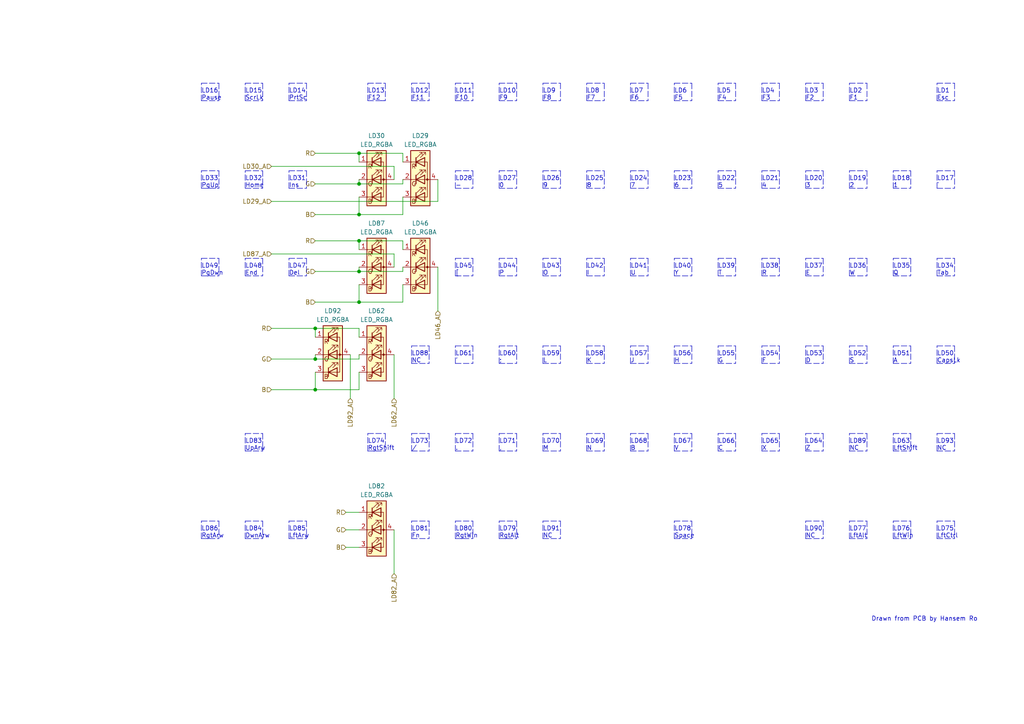
<source format=kicad_sch>
(kicad_sch (version 20211123) (generator eeschema)
  (paper "A4")
  (lib_symbols
    (symbol "Device:LED_RGBA" (pin_names (offset 0) hide)
      (property "Reference" "D" (at 0 9.398 0))
      (property "Value" "LED_RGBA" (at 0 -8.89 0))
      (symbol "LED_RGBA_0_0"
        (text "B" (at -1.905 -6.35 0) (effects (font (size 1.27 1.27))))
        (text "G" (at -1.905 -1.27 0) (effects (font (size 1.27 1.27))))
        (text "R" (at -1.905 3.81 0) (effects (font (size 1.27 1.27))))
      )
      (symbol "LED_RGBA_0_1"
        (polyline (pts (xy -1.27 -5.08) (xy -2.54 -5.08)))
        (polyline (pts (xy -1.27 -5.08) (xy 1.27 -5.08)))
        (polyline (pts (xy -1.27 -3.81) (xy -1.27 -6.35)) (stroke (width 0.254)))
        (polyline (pts (xy -1.27 0) (xy -2.54 0)))
        (polyline (pts (xy -1.27 1.27) (xy -1.27 -1.27)) (stroke (width 0.254)))
        (polyline (pts (xy -1.27 5.08) (xy -2.54 5.08)))
        (polyline (pts (xy -1.27 5.08) (xy 1.27 5.08)))
        (polyline (pts (xy -1.27 6.35) (xy -1.27 3.81)) (stroke (width 0.254)))
        (polyline (pts (xy 1.27 0) (xy -1.27 0)))
        (polyline (pts (xy 1.27 0) (xy 2.54 0)))
        (polyline (pts (xy -1.27 1.27) (xy -1.27 -1.27) (xy -1.27 -1.27)))
        (polyline (pts (xy -1.27 6.35) (xy -1.27 3.81) (xy -1.27 3.81)))
        (polyline (pts (xy 1.27 -5.08) (xy 2.032 -5.08) (xy 2.032 5.08) (xy 1.27 5.08)))
        (polyline (pts (xy 1.27 -3.81) (xy 1.27 -6.35) (xy -1.27 -5.08) (xy 1.27 -3.81)) (stroke (width 0.254)))
        (polyline (pts (xy 1.27 1.27) (xy 1.27 -1.27) (xy -1.27 0) (xy 1.27 1.27)) (stroke (width 0.254)))
        (polyline (pts (xy 1.27 6.35) (xy 1.27 3.81) (xy -1.27 5.08) (xy 1.27 6.35)) (stroke (width 0.254)))
        (polyline (pts (xy -1.016 -3.81) (xy 0.508 -2.286) (xy -0.254 -2.286) (xy 0.508 -2.286) (xy 0.508 -3.048)))
        (polyline (pts (xy -1.016 1.27) (xy 0.508 2.794) (xy -0.254 2.794) (xy 0.508 2.794) (xy 0.508 2.032)))
        (polyline (pts (xy -1.016 6.35) (xy 0.508 7.874) (xy -0.254 7.874) (xy 0.508 7.874) (xy 0.508 7.112)))
        (polyline (pts (xy 0 -3.81) (xy 1.524 -2.286) (xy 0.762 -2.286) (xy 1.524 -2.286) (xy 1.524 -3.048)))
        (polyline (pts (xy 0 1.27) (xy 1.524 2.794) (xy 0.762 2.794) (xy 1.524 2.794) (xy 1.524 2.032)))
        (polyline (pts (xy 0 6.35) (xy 1.524 7.874) (xy 0.762 7.874) (xy 1.524 7.874) (xy 1.524 7.112)))
        (rectangle (start 1.27 -1.27) (end 1.27 1.27))
        (rectangle (start 1.27 1.27) (end 1.27 1.27))
        (rectangle (start 1.27 3.81) (end 1.27 6.35))
        (rectangle (start 1.27 6.35) (end 1.27 6.35))
        (circle (center 2.032 0) (radius 0.254) (fill (type outline)))
        (rectangle (start 2.794 8.382) (end -2.794 -7.62) (stroke (width 0.254)) (fill (type background)))
      )
      (symbol "LED_RGBA_1_1"
        (pin passive line (at -5.08 5.08 0) (length 2.54) (name "RK") (number "1"))
        (pin passive line (at -5.08 0 0) (length 2.54) (name "GK") (number "2"))
        (pin passive line (at -5.08 -5.08 0) (length 2.54) (name "BK") (number "3"))
        (pin passive line (at 5.08 0 180) (length 2.54) (name "A") (number "4"))
      )
    )
  )
  (junction (at 91.44 95.25))
  (junction (at 104.14 62.23))
  (junction (at 104.14 87.63))
  (junction (at 104.14 53.34))
  (junction (at 91.44 113.03))
  (junction (at 91.44 104.14))
  (junction (at 104.14 44.45))
  (junction (at 104.14 78.74))
  (junction (at 104.14 69.85))
  (polyline (pts (xy 187.96 100.33) (xy 187.96 105.41)))
  (polyline (pts (xy 200.66 74.93) (xy 200.66 80.01)))
  (wire (pts (xy 91.44 62.23) (xy 104.14 62.23)))
  (polyline (pts (xy 157.48 130.81) (xy 157.48 125.73)))
  (polyline (pts (xy 83.82 151.13) (xy 88.9 151.13)))
  (polyline (pts (xy 83.82 80.01) (xy 88.9 80.01)))
  (polyline (pts (xy 58.42 54.61) (xy 58.42 49.53)))
  (polyline (pts (xy 195.58 29.21) (xy 195.58 24.13)))
  (polyline (pts (xy 71.12 80.01) (xy 76.2 80.01)))
  (polyline (pts (xy 195.58 49.53) (xy 200.66 49.53)))
  (polyline (pts (xy 144.78 151.13) (xy 149.86 151.13)))
  (polyline (pts (xy 132.08 80.01) (xy 137.16 80.01)))
  (polyline (pts (xy 195.58 80.01) (xy 200.66 80.01)))
  (polyline (pts (xy 132.08 105.41) (xy 132.08 100.33)))
  (polyline (pts (xy 132.08 54.61) (xy 137.16 54.61)))
  (polyline (pts (xy 220.98 24.13) (xy 226.06 24.13)))
  (polyline (pts (xy 233.68 125.73) (xy 238.76 125.73)))
  (polyline (pts (xy 137.16 125.73) (xy 137.16 130.81)))
  (polyline (pts (xy 182.88 49.53) (xy 187.96 49.53)))
  (wire (pts (xy 101.6 102.87) (xy 101.6 115.57)))
  (polyline (pts (xy 88.9 24.13) (xy 88.9 29.21)))
  (polyline (pts (xy 220.98 49.53) (xy 226.06 49.53)))
  (polyline (pts (xy 182.88 100.33) (xy 187.96 100.33)))
  (polyline (pts (xy 83.82 80.01) (xy 83.82 74.93)))
  (polyline (pts (xy 71.12 156.21) (xy 71.12 151.13)))
  (polyline (pts (xy 276.86 24.13) (xy 276.86 29.21)))
  (polyline (pts (xy 149.86 151.13) (xy 149.86 156.21)))
  (polyline (pts (xy 182.88 130.81) (xy 187.96 130.81)))
  (polyline (pts (xy 246.38 156.21) (xy 251.46 156.21)))
  (polyline (pts (xy 182.88 29.21) (xy 187.96 29.21)))
  (polyline (pts (xy 144.78 156.21) (xy 144.78 151.13)))
  (polyline (pts (xy 259.08 74.93) (xy 264.16 74.93)))
  (wire (pts (xy 114.3 52.07) (xy 114.3 48.26)))
  (polyline (pts (xy 200.66 100.33) (xy 200.66 105.41)))
  (polyline (pts (xy 71.12 74.93) (xy 76.2 74.93)))
  (polyline (pts (xy 251.46 100.33) (xy 251.46 105.41)))
  (polyline (pts (xy 259.08 125.73) (xy 264.16 125.73)))
  (polyline (pts (xy 182.88 130.81) (xy 182.88 125.73)))
  (polyline (pts (xy 119.38 29.21) (xy 124.46 29.21)))
  (polyline (pts (xy 88.9 74.93) (xy 88.9 80.01)))
  (polyline (pts (xy 170.18 105.41) (xy 175.26 105.41)))
  (polyline (pts (xy 182.88 29.21) (xy 182.88 24.13)))
  (polyline (pts (xy 200.66 151.13) (xy 200.66 156.21)))
  (polyline (pts (xy 220.98 29.21) (xy 226.06 29.21)))
  (polyline (pts (xy 58.42 29.21) (xy 58.42 24.13)))
  (wire (pts (xy 104.14 82.55) (xy 104.14 87.63)))
  (polyline (pts (xy 195.58 125.73) (xy 200.66 125.73)))
  (polyline (pts (xy 195.58 151.13) (xy 200.66 151.13)))
  (polyline (pts (xy 233.68 80.01) (xy 233.68 74.93)))
  (polyline (pts (xy 220.98 130.81) (xy 226.06 130.81)))
  (wire (pts (xy 104.14 97.79) (xy 104.14 95.25)))
  (polyline (pts (xy 187.96 24.13) (xy 187.96 29.21)))
  (polyline (pts (xy 251.46 49.53) (xy 251.46 54.61)))
  (polyline (pts (xy 208.28 105.41) (xy 208.28 100.33)))
  (polyline (pts (xy 157.48 24.13) (xy 162.56 24.13)))
  (polyline (pts (xy 220.98 54.61) (xy 226.06 54.61)))
  (polyline (pts (xy 220.98 105.41) (xy 220.98 100.33)))
  (polyline (pts (xy 271.78 100.33) (xy 276.86 100.33)))
  (polyline (pts (xy 63.5 151.13) (xy 63.5 156.21)))
  (polyline (pts (xy 238.76 49.53) (xy 238.76 54.61)))
  (polyline (pts (xy 58.42 54.61) (xy 63.5 54.61)))
  (polyline (pts (xy 195.58 156.21) (xy 200.66 156.21)))
  (polyline (pts (xy 246.38 130.81) (xy 251.46 130.81)))
  (polyline (pts (xy 246.38 80.01) (xy 246.38 74.93)))
  (polyline (pts (xy 246.38 130.81) (xy 246.38 125.73)))
  (polyline (pts (xy 259.08 54.61) (xy 264.16 54.61)))
  (polyline (pts (xy 271.78 29.21) (xy 271.78 24.13)))
  (wire (pts (xy 91.44 104.14) (xy 104.14 104.14)))
  (wire (pts (xy 78.74 95.25) (xy 91.44 95.25)))
  (polyline (pts (xy 271.78 125.73) (xy 276.86 125.73)))
  (polyline (pts (xy 182.88 105.41) (xy 187.96 105.41)))
  (polyline (pts (xy 271.78 74.93) (xy 276.86 74.93)))
  (polyline (pts (xy 170.18 130.81) (xy 170.18 125.73)))
  (polyline (pts (xy 233.68 105.41) (xy 238.76 105.41)))
  (polyline (pts (xy 149.86 125.73) (xy 149.86 130.81)))
  (polyline (pts (xy 132.08 130.81) (xy 132.08 125.73)))
  (polyline (pts (xy 195.58 105.41) (xy 200.66 105.41)))
  (polyline (pts (xy 233.68 105.41) (xy 233.68 100.33)))
  (polyline (pts (xy 58.42 74.93) (xy 63.5 74.93)))
  (wire (pts (xy 104.14 52.07) (xy 104.14 53.34)))
  (wire (pts (xy 114.3 153.67) (xy 114.3 166.37)))
  (polyline (pts (xy 144.78 125.73) (xy 149.86 125.73)))
  (polyline (pts (xy 271.78 24.13) (xy 276.86 24.13)))
  (polyline (pts (xy 182.88 105.41) (xy 182.88 100.33)))
  (polyline (pts (xy 271.78 49.53) (xy 276.86 49.53)))
  (polyline (pts (xy 226.06 125.73) (xy 226.06 130.81)))
  (polyline (pts (xy 264.16 125.73) (xy 264.16 130.81)))
  (polyline (pts (xy 195.58 105.41) (xy 195.58 100.33)))
  (polyline (pts (xy 76.2 151.13) (xy 76.2 156.21)))
  (polyline (pts (xy 111.76 125.73) (xy 111.76 130.81)))
  (polyline (pts (xy 276.86 49.53) (xy 276.86 54.61)))
  (polyline (pts (xy 106.68 130.81) (xy 106.68 125.73)))
  (polyline (pts (xy 271.78 80.01) (xy 271.78 74.93)))
  (polyline (pts (xy 83.82 54.61) (xy 88.9 54.61)))
  (polyline (pts (xy 144.78 156.21) (xy 149.86 156.21)))
  (wire (pts (xy 104.14 69.85) (xy 116.84 69.85)))
  (polyline (pts (xy 208.28 125.73) (xy 213.36 125.73)))
  (polyline (pts (xy 63.5 24.13) (xy 63.5 29.21)))
  (polyline (pts (xy 208.28 29.21) (xy 208.28 24.13)))
  (polyline (pts (xy 83.82 29.21) (xy 88.9 29.21)))
  (polyline (pts (xy 71.12 80.01) (xy 71.12 74.93)))
  (polyline (pts (xy 259.08 156.21) (xy 259.08 151.13)))
  (polyline (pts (xy 71.12 130.81) (xy 76.2 130.81)))
  (polyline (pts (xy 246.38 54.61) (xy 246.38 49.53)))
  (polyline (pts (xy 220.98 130.81) (xy 220.98 125.73)))
  (polyline (pts (xy 157.48 29.21) (xy 162.56 29.21)))
  (polyline (pts (xy 132.08 156.21) (xy 132.08 151.13)))
  (polyline (pts (xy 170.18 54.61) (xy 170.18 49.53)))
  (polyline (pts (xy 144.78 105.41) (xy 149.86 105.41)))
  (polyline (pts (xy 195.58 54.61) (xy 195.58 49.53)))
  (polyline (pts (xy 195.58 130.81) (xy 200.66 130.81)))
  (polyline (pts (xy 63.5 74.93) (xy 63.5 80.01)))
  (polyline (pts (xy 157.48 125.73) (xy 162.56 125.73)))
  (polyline (pts (xy 175.26 125.73) (xy 175.26 130.81)))
  (polyline (pts (xy 149.86 49.53) (xy 149.86 54.61)))
  (polyline (pts (xy 124.46 125.73) (xy 124.46 130.81)))
  (polyline (pts (xy 137.16 74.93) (xy 137.16 80.01)))
  (wire (pts (xy 91.44 95.25) (xy 104.14 95.25)))
  (polyline (pts (xy 58.42 24.13) (xy 63.5 24.13)))
  (wire (pts (xy 104.14 44.45) (xy 104.14 46.99)))
  (polyline (pts (xy 71.12 130.81) (xy 71.12 125.73)))
  (polyline (pts (xy 170.18 80.01) (xy 170.18 74.93)))
  (polyline (pts (xy 264.16 100.33) (xy 264.16 105.41)))
  (polyline (pts (xy 271.78 80.01) (xy 276.86 80.01)))
  (polyline (pts (xy 246.38 105.41) (xy 251.46 105.41)))
  (polyline (pts (xy 208.28 54.61) (xy 208.28 49.53)))
  (polyline (pts (xy 71.12 125.73) (xy 76.2 125.73)))
  (polyline (pts (xy 175.26 74.93) (xy 175.26 80.01)))
  (polyline (pts (xy 132.08 156.21) (xy 137.16 156.21)))
  (polyline (pts (xy 246.38 151.13) (xy 251.46 151.13)))
  (polyline (pts (xy 246.38 49.53) (xy 251.46 49.53)))
  (polyline (pts (xy 208.28 80.01) (xy 213.36 80.01)))
  (polyline (pts (xy 182.88 80.01) (xy 187.96 80.01)))
  (polyline (pts (xy 144.78 49.53) (xy 149.86 49.53)))
  (polyline (pts (xy 233.68 74.93) (xy 238.76 74.93)))
  (polyline (pts (xy 251.46 24.13) (xy 251.46 29.21)))
  (polyline (pts (xy 220.98 80.01) (xy 226.06 80.01)))
  (polyline (pts (xy 119.38 130.81) (xy 124.46 130.81)))
  (polyline (pts (xy 213.36 24.13) (xy 213.36 29.21)))
  (polyline (pts (xy 157.48 130.81) (xy 162.56 130.81)))
  (polyline (pts (xy 119.38 29.21) (xy 119.38 24.13)))
  (polyline (pts (xy 182.88 54.61) (xy 182.88 49.53)))
  (polyline (pts (xy 276.86 151.13) (xy 276.86 156.21)))
  (polyline (pts (xy 157.48 49.53) (xy 162.56 49.53)))
  (polyline (pts (xy 124.46 24.13) (xy 124.46 29.21)))
  (polyline (pts (xy 271.78 54.61) (xy 271.78 49.53)))
  (polyline (pts (xy 271.78 29.21) (xy 276.86 29.21)))
  (polyline (pts (xy 144.78 105.41) (xy 144.78 100.33)))
  (polyline (pts (xy 149.86 100.33) (xy 149.86 105.41)))
  (polyline (pts (xy 132.08 125.73) (xy 137.16 125.73)))
  (polyline (pts (xy 251.46 151.13) (xy 251.46 156.21)))
  (wire (pts (xy 91.44 113.03) (xy 104.14 113.03)))
  (polyline (pts (xy 137.16 24.13) (xy 137.16 29.21)))
  (polyline (pts (xy 132.08 151.13) (xy 137.16 151.13)))
  (polyline (pts (xy 200.66 125.73) (xy 200.66 130.81)))
  (polyline (pts (xy 144.78 54.61) (xy 144.78 49.53)))
  (polyline (pts (xy 106.68 29.21) (xy 106.68 24.13)))
  (polyline (pts (xy 170.18 29.21) (xy 175.26 29.21)))
  (polyline (pts (xy 71.12 151.13) (xy 76.2 151.13)))
  (polyline (pts (xy 144.78 80.01) (xy 149.86 80.01)))
  (polyline (pts (xy 71.12 29.21) (xy 71.12 24.13)))
  (polyline (pts (xy 246.38 105.41) (xy 246.38 100.33)))
  (polyline (pts (xy 144.78 130.81) (xy 149.86 130.81)))
  (polyline (pts (xy 111.76 24.13) (xy 111.76 29.21)))
  (polyline (pts (xy 208.28 100.33) (xy 213.36 100.33)))
  (polyline (pts (xy 182.88 24.13) (xy 187.96 24.13)))
  (polyline (pts (xy 170.18 29.21) (xy 170.18 24.13)))
  (polyline (pts (xy 233.68 156.21) (xy 238.76 156.21)))
  (polyline (pts (xy 187.96 125.73) (xy 187.96 130.81)))
  (polyline (pts (xy 208.28 130.81) (xy 208.28 125.73)))
  (wire (pts (xy 104.14 104.14) (xy 104.14 102.87)))
  (polyline (pts (xy 233.68 100.33) (xy 238.76 100.33)))
  (polyline (pts (xy 233.68 54.61) (xy 238.76 54.61)))
  (polyline (pts (xy 106.68 130.81) (xy 111.76 130.81)))
  (polyline (pts (xy 83.82 29.21) (xy 83.82 24.13)))
  (polyline (pts (xy 259.08 80.01) (xy 259.08 74.93)))
  (wire (pts (xy 116.84 72.39) (xy 116.84 69.85)))
  (polyline (pts (xy 58.42 49.53) (xy 63.5 49.53)))
  (polyline (pts (xy 213.36 125.73) (xy 213.36 130.81)))
  (polyline (pts (xy 58.42 156.21) (xy 63.5 156.21)))
  (polyline (pts (xy 195.58 29.21) (xy 200.66 29.21)))
  (polyline (pts (xy 271.78 105.41) (xy 271.78 100.33)))
  (polyline (pts (xy 83.82 24.13) (xy 88.9 24.13)))
  (polyline (pts (xy 144.78 29.21) (xy 144.78 24.13)))
  (polyline (pts (xy 170.18 74.93) (xy 175.26 74.93)))
  (polyline (pts (xy 246.38 100.33) (xy 251.46 100.33)))
  (polyline (pts (xy 132.08 49.53) (xy 137.16 49.53)))
  (polyline (pts (xy 246.38 80.01) (xy 251.46 80.01)))
  (polyline (pts (xy 119.38 156.21) (xy 119.38 151.13)))
  (polyline (pts (xy 246.38 29.21) (xy 251.46 29.21)))
  (polyline (pts (xy 132.08 105.41) (xy 137.16 105.41)))
  (polyline (pts (xy 195.58 80.01) (xy 195.58 74.93)))
  (polyline (pts (xy 170.18 100.33) (xy 175.26 100.33)))
  (polyline (pts (xy 259.08 156.21) (xy 264.16 156.21)))
  (polyline (pts (xy 137.16 100.33) (xy 137.16 105.41)))
  (polyline (pts (xy 157.48 74.93) (xy 162.56 74.93)))
  (polyline (pts (xy 226.06 49.53) (xy 226.06 54.61)))
  (polyline (pts (xy 187.96 74.93) (xy 187.96 80.01)))
  (polyline (pts (xy 170.18 105.41) (xy 170.18 100.33)))
  (polyline (pts (xy 271.78 156.21) (xy 276.86 156.21)))
  (polyline (pts (xy 246.38 54.61) (xy 251.46 54.61)))
  (polyline (pts (xy 170.18 54.61) (xy 175.26 54.61)))
  (polyline (pts (xy 264.16 151.13) (xy 264.16 156.21)))
  (polyline (pts (xy 144.78 74.93) (xy 149.86 74.93)))
  (polyline (pts (xy 208.28 74.93) (xy 213.36 74.93)))
  (polyline (pts (xy 132.08 74.93) (xy 137.16 74.93)))
  (polyline (pts (xy 238.76 24.13) (xy 238.76 29.21)))
  (wire (pts (xy 104.14 87.63) (xy 116.84 87.63)))
  (polyline (pts (xy 233.68 24.13) (xy 238.76 24.13)))
  (wire (pts (xy 116.84 46.99) (xy 116.84 44.45)))
  (polyline (pts (xy 162.56 151.13) (xy 162.56 156.21)))
  (polyline (pts (xy 251.46 74.93) (xy 251.46 80.01)))
  (polyline (pts (xy 83.82 156.21) (xy 88.9 156.21)))
  (polyline (pts (xy 233.68 29.21) (xy 238.76 29.21)))
  (polyline (pts (xy 271.78 130.81) (xy 276.86 130.81)))
  (polyline (pts (xy 208.28 24.13) (xy 213.36 24.13)))
  (polyline (pts (xy 71.12 156.21) (xy 76.2 156.21)))
  (polyline (pts (xy 182.88 74.93) (xy 187.96 74.93)))
  (polyline (pts (xy 220.98 54.61) (xy 220.98 49.53)))
  (polyline (pts (xy 137.16 151.13) (xy 137.16 156.21)))
  (polyline (pts (xy 157.48 105.41) (xy 162.56 105.41)))
  (polyline (pts (xy 213.36 74.93) (xy 213.36 80.01)))
  (wire (pts (xy 104.14 78.74) (xy 116.84 78.74)))
  (polyline (pts (xy 200.66 49.53) (xy 200.66 54.61)))
  (polyline (pts (xy 213.36 49.53) (xy 213.36 54.61)))
  (polyline (pts (xy 259.08 130.81) (xy 264.16 130.81)))
  (polyline (pts (xy 259.08 54.61) (xy 259.08 49.53)))
  (polyline (pts (xy 276.86 125.73) (xy 276.86 130.81)))
  (polyline (pts (xy 233.68 156.21) (xy 233.68 151.13)))
  (polyline (pts (xy 195.58 54.61) (xy 200.66 54.61)))
  (polyline (pts (xy 132.08 24.13) (xy 137.16 24.13)))
  (wire (pts (xy 100.33 148.59) (xy 104.14 148.59)))
  (polyline (pts (xy 259.08 105.41) (xy 264.16 105.41)))
  (wire (pts (xy 91.44 102.87) (xy 91.44 104.14)))
  (polyline (pts (xy 233.68 54.61) (xy 233.68 49.53)))
  (polyline (pts (xy 208.28 29.21) (xy 213.36 29.21)))
  (polyline (pts (xy 157.48 54.61) (xy 157.48 49.53)))
  (polyline (pts (xy 58.42 29.21) (xy 63.5 29.21)))
  (polyline (pts (xy 132.08 100.33) (xy 137.16 100.33)))
  (wire (pts (xy 104.14 44.45) (xy 116.84 44.45)))
  (polyline (pts (xy 182.88 80.01) (xy 182.88 74.93)))
  (polyline (pts (xy 132.08 130.81) (xy 137.16 130.81)))
  (polyline (pts (xy 246.38 29.21) (xy 246.38 24.13)))
  (polyline (pts (xy 157.48 80.01) (xy 162.56 80.01)))
  (polyline (pts (xy 195.58 24.13) (xy 200.66 24.13)))
  (wire (pts (xy 78.74 58.42) (xy 127 58.42)))
  (wire (pts (xy 116.84 78.74) (xy 116.84 77.47)))
  (polyline (pts (xy 271.78 156.21) (xy 271.78 151.13)))
  (wire (pts (xy 100.33 153.67) (xy 104.14 153.67)))
  (polyline (pts (xy 162.56 125.73) (xy 162.56 130.81)))
  (polyline (pts (xy 220.98 74.93) (xy 226.06 74.93)))
  (polyline (pts (xy 58.42 80.01) (xy 58.42 74.93)))
  (polyline (pts (xy 132.08 80.01) (xy 132.08 74.93)))
  (polyline (pts (xy 83.82 156.21) (xy 83.82 151.13)))
  (wire (pts (xy 78.74 73.66) (xy 114.3 73.66)))
  (polyline (pts (xy 157.48 105.41) (xy 157.48 100.33)))
  (wire (pts (xy 116.84 87.63) (xy 116.84 82.55)))
  (polyline (pts (xy 271.78 151.13) (xy 276.86 151.13)))
  (polyline (pts (xy 238.76 74.93) (xy 238.76 80.01)))
  (wire (pts (xy 91.44 53.34) (xy 104.14 53.34)))
  (polyline (pts (xy 271.78 105.41) (xy 276.86 105.41)))
  (polyline (pts (xy 175.26 100.33) (xy 175.26 105.41)))
  (wire (pts (xy 104.14 53.34) (xy 116.84 53.34)))
  (polyline (pts (xy 251.46 125.73) (xy 251.46 130.81)))
  (polyline (pts (xy 162.56 74.93) (xy 162.56 80.01)))
  (polyline (pts (xy 259.08 151.13) (xy 264.16 151.13)))
  (wire (pts (xy 104.14 77.47) (xy 104.14 78.74)))
  (polyline (pts (xy 175.26 49.53) (xy 175.26 54.61)))
  (polyline (pts (xy 226.06 74.93) (xy 226.06 80.01)))
  (polyline (pts (xy 246.38 24.13) (xy 251.46 24.13)))
  (polyline (pts (xy 195.58 100.33) (xy 200.66 100.33)))
  (polyline (pts (xy 119.38 151.13) (xy 124.46 151.13)))
  (polyline (pts (xy 220.98 80.01) (xy 220.98 74.93)))
  (polyline (pts (xy 271.78 130.81) (xy 271.78 125.73)))
  (polyline (pts (xy 246.38 74.93) (xy 251.46 74.93)))
  (polyline (pts (xy 76.2 125.73) (xy 76.2 130.81)))
  (polyline (pts (xy 124.46 100.33) (xy 124.46 105.41)))
  (polyline (pts (xy 83.82 54.61) (xy 83.82 49.53)))
  (polyline (pts (xy 144.78 24.13) (xy 149.86 24.13)))
  (wire (pts (xy 104.14 113.03) (xy 104.14 107.95)))
  (polyline (pts (xy 144.78 100.33) (xy 149.86 100.33)))
  (polyline (pts (xy 83.82 49.53) (xy 88.9 49.53)))
  (polyline (pts (xy 144.78 130.81) (xy 144.78 125.73)))
  (polyline (pts (xy 58.42 156.21) (xy 58.42 151.13)))
  (polyline (pts (xy 208.28 54.61) (xy 213.36 54.61)))
  (polyline (pts (xy 220.98 100.33) (xy 226.06 100.33)))
  (polyline (pts (xy 195.58 74.93) (xy 200.66 74.93)))
  (polyline (pts (xy 170.18 49.53) (xy 175.26 49.53)))
  (polyline (pts (xy 208.28 130.81) (xy 213.36 130.81)))
  (wire (pts (xy 114.3 77.47) (xy 114.3 73.66)))
  (polyline (pts (xy 137.16 49.53) (xy 137.16 54.61)))
  (polyline (pts (xy 208.28 80.01) (xy 208.28 74.93)))
  (polyline (pts (xy 213.36 100.33) (xy 213.36 105.41)))
  (polyline (pts (xy 83.82 74.93) (xy 88.9 74.93)))
  (polyline (pts (xy 76.2 49.53) (xy 76.2 54.61)))
  (wire (pts (xy 91.44 95.25) (xy 91.44 97.79)))
  (wire (pts (xy 104.14 69.85) (xy 104.14 72.39)))
  (polyline (pts (xy 76.2 74.93) (xy 76.2 80.01)))
  (polyline (pts (xy 264.16 74.93) (xy 264.16 80.01)))
  (polyline (pts (xy 162.56 100.33) (xy 162.56 105.41)))
  (wire (pts (xy 116.84 53.34) (xy 116.84 52.07)))
  (polyline (pts (xy 259.08 49.53) (xy 264.16 49.53)))
  (polyline (pts (xy 124.46 151.13) (xy 124.46 156.21)))
  (polyline (pts (xy 58.42 80.01) (xy 63.5 80.01)))
  (polyline (pts (xy 58.42 151.13) (xy 63.5 151.13)))
  (wire (pts (xy 91.44 87.63) (xy 104.14 87.63)))
  (polyline (pts (xy 144.78 80.01) (xy 144.78 74.93)))
  (polyline (pts (xy 226.06 100.33) (xy 226.06 105.41)))
  (polyline (pts (xy 88.9 49.53) (xy 88.9 54.61)))
  (polyline (pts (xy 76.2 24.13) (xy 76.2 29.21)))
  (wire (pts (xy 91.44 78.74) (xy 104.14 78.74)))
  (polyline (pts (xy 170.18 24.13) (xy 175.26 24.13)))
  (polyline (pts (xy 233.68 130.81) (xy 233.68 125.73)))
  (polyline (pts (xy 71.12 54.61) (xy 76.2 54.61)))
  (wire (pts (xy 127 77.47) (xy 127 90.17)))
  (polyline (pts (xy 157.48 29.21) (xy 157.48 24.13)))
  (polyline (pts (xy 119.38 125.73) (xy 124.46 125.73)))
  (polyline (pts (xy 233.68 151.13) (xy 238.76 151.13)))
  (wire (pts (xy 91.44 69.85) (xy 104.14 69.85)))
  (polyline (pts (xy 220.98 105.41) (xy 226.06 105.41)))
  (wire (pts (xy 104.14 62.23) (xy 116.84 62.23)))
  (polyline (pts (xy 276.86 74.93) (xy 276.86 80.01)))
  (polyline (pts (xy 233.68 80.01) (xy 238.76 80.01)))
  (polyline (pts (xy 157.48 156.21) (xy 157.48 151.13)))
  (polyline (pts (xy 259.08 105.41) (xy 259.08 100.33)))
  (polyline (pts (xy 71.12 24.13) (xy 76.2 24.13)))
  (polyline (pts (xy 162.56 24.13) (xy 162.56 29.21)))
  (wire (pts (xy 100.33 158.75) (xy 104.14 158.75)))
  (wire (pts (xy 116.84 62.23) (xy 116.84 57.15)))
  (polyline (pts (xy 238.76 100.33) (xy 238.76 105.41)))
  (polyline (pts (xy 170.18 125.73) (xy 175.26 125.73)))
  (wire (pts (xy 78.74 48.26) (xy 114.3 48.26)))
  (polyline (pts (xy 182.88 54.61) (xy 187.96 54.61)))
  (polyline (pts (xy 71.12 49.53) (xy 76.2 49.53)))
  (polyline (pts (xy 276.86 100.33) (xy 276.86 105.41)))
  (wire (pts (xy 78.74 113.03) (xy 91.44 113.03)))
  (polyline (pts (xy 208.28 49.53) (xy 213.36 49.53)))
  (wire (pts (xy 78.74 104.14) (xy 91.44 104.14)))
  (polyline (pts (xy 119.38 24.13) (xy 124.46 24.13)))
  (polyline (pts (xy 271.78 54.61) (xy 276.86 54.61)))
  (polyline (pts (xy 144.78 54.61) (xy 149.86 54.61)))
  (polyline (pts (xy 106.68 29.21) (xy 111.76 29.21)))
  (polyline (pts (xy 200.66 24.13) (xy 200.66 29.21)))
  (polyline (pts (xy 119.38 105.41) (xy 119.38 100.33)))
  (polyline (pts (xy 149.86 74.93) (xy 149.86 80.01)))
  (polyline (pts (xy 233.68 130.81) (xy 238.76 130.81)))
  (wire (pts (xy 127 52.07) (xy 127 58.42)))
  (polyline (pts (xy 259.08 80.01) (xy 264.16 80.01)))
  (polyline (pts (xy 175.26 24.13) (xy 175.26 29.21)))
  (polyline (pts (xy 119.38 130.81) (xy 119.38 125.73)))
  (polyline (pts (xy 63.5 49.53) (xy 63.5 54.61)))
  (polyline (pts (xy 246.38 156.21) (xy 246.38 151.13)))
  (polyline (pts (xy 170.18 80.01) (xy 175.26 80.01)))
  (polyline (pts (xy 195.58 156.21) (xy 195.58 151.13)))
  (polyline (pts (xy 259.08 130.81) (xy 259.08 125.73)))
  (polyline (pts (xy 88.9 151.13) (xy 88.9 156.21)))
  (polyline (pts (xy 233.68 29.21) (xy 233.68 24.13)))
  (polyline (pts (xy 246.38 125.73) (xy 251.46 125.73)))
  (polyline (pts (xy 259.08 100.33) (xy 264.16 100.33)))
  (polyline (pts (xy 238.76 125.73) (xy 238.76 130.81)))
  (polyline (pts (xy 119.38 100.33) (xy 124.46 100.33)))
  (wire (pts (xy 91.44 44.45) (xy 104.14 44.45)))
  (polyline (pts (xy 157.48 100.33) (xy 162.56 100.33)))
  (polyline (pts (xy 71.12 54.61) (xy 71.12 49.53)))
  (polyline (pts (xy 157.48 156.21) (xy 162.56 156.21)))
  (polyline (pts (xy 157.48 151.13) (xy 162.56 151.13)))
  (polyline (pts (xy 233.68 49.53) (xy 238.76 49.53)))
  (polyline (pts (xy 208.28 105.41) (xy 213.36 105.41)))
  (polyline (pts (xy 119.38 105.41) (xy 124.46 105.41)))
  (polyline (pts (xy 157.48 54.61) (xy 162.56 54.61)))
  (wire (pts (xy 91.44 107.95) (xy 91.44 113.03)))
  (polyline (pts (xy 170.18 130.81) (xy 175.26 130.81)))
  (polyline (pts (xy 111.76 29.21) (xy 110.49 29.21)))
  (polyline (pts (xy 144.78 29.21) (xy 149.86 29.21)))
  (polyline (pts (xy 238.76 151.13) (xy 238.76 156.21)))
  (polyline (pts (xy 220.98 29.21) (xy 220.98 24.13)))
  (polyline (pts (xy 149.86 24.13) (xy 149.86 29.21)))
  (wire (pts (xy 114.3 102.87) (xy 114.3 115.57)))
  (polyline (pts (xy 157.48 80.01) (xy 157.48 74.93)))
  (polyline (pts (xy 132.08 54.61) (xy 132.08 49.53)))
  (polyline (pts (xy 220.98 125.73) (xy 226.06 125.73)))
  (polyline (pts (xy 132.08 29.21) (xy 137.16 29.21)))
  (polyline (pts (xy 187.96 49.53) (xy 187.96 54.61)))
  (polyline (pts (xy 182.88 125.73) (xy 187.96 125.73)))
  (polyline (pts (xy 106.68 24.13) (xy 111.76 24.13)))
  (polyline (pts (xy 119.38 156.21) (xy 124.46 156.21)))
  (polyline (pts (xy 195.58 130.81) (xy 195.58 125.73)))
  (polyline (pts (xy 71.12 29.21) (xy 76.2 29.21)))
  (wire (pts (xy 104.14 57.15) (xy 104.14 62.23)))
  (polyline (pts (xy 162.56 49.53) (xy 162.56 54.61)))
  (polyline (pts (xy 106.68 125.73) (xy 111.76 125.73)))
  (polyline (pts (xy 264.16 49.53) (xy 264.16 54.61)))
  (polyline (pts (xy 132.08 29.21) (xy 132.08 24.13)))
  (polyline (pts (xy 226.06 24.13) (xy 226.06 29.21)))
  (text "LD27\n0" (at 144.78 54.61 0) (effects (font (size 1.27 1.27)) (justify left bottom)))
  (text "LD25\n8" (at 170.18 54.61 0) (effects (font (size 1.27 1.27)) (justify left bottom)))
  (text "LD68\nB" (at 182.88 130.81 0) (effects (font (size 1.27 1.27)) (justify left bottom)))
  (text "LD4\nF3" (at 220.98 29.21 0) (effects (font (size 1.27 1.27)) (justify left bottom)))
  (text "LD86\nRgtArw" (at 58.42 156.21 0) (effects (font (size 1.27 1.27)) (justify left bottom)))
  (text "LD53\nD" (at 233.68 105.41 0) (effects (font (size 1.27 1.27)) (justify left bottom)))
  (text "LD61\n'" (at 132.08 105.41 0) (effects (font (size 1.27 1.27)) (justify left bottom)))
  (text "LD10\nF9" (at 144.78 29.21 0) (effects (font (size 1.27 1.27)) (justify left bottom)))
  (text "LD55\nG" (at 208.28 105.41 0) (effects (font (size 1.27 1.27)) (justify left bottom)))
  (text "LD16\nPause" (at 58.42 29.21 0) (effects (font (size 1.27 1.27)) (justify left bottom)))
  (text "LD66\nC" (at 208.28 130.81 0) (effects (font (size 1.27 1.27)) (justify left bottom)))
  (text "LD7\nF6" (at 182.88 29.21 0) (effects (font (size 1.27 1.27)) (justify left bottom)))
  (text "LD8\nF7" (at 170.18 29.21 0) (effects (font (size 1.27 1.27)) (justify left bottom)))
  (text "LD75\nLftCtrl" (at 271.78 156.21 0) (effects (font (size 1.27 1.27)) (justify left bottom)))
  (text "LD43\nO" (at 157.48 80.01 0) (effects (font (size 1.27 1.27)) (justify left bottom)))
  (text "LD88\nNC" (at 119.38 105.41 0) (effects (font (size 1.27 1.27)) (justify left bottom)))
  (text "LD83\nUpArw" (at 71.12 130.81 0) (effects (font (size 1.27 1.27)) (justify left bottom)))
  (text "LD72\n." (at 132.08 130.81 0) (effects (font (size 1.27 1.27)) (justify left bottom)))
  (text "LD65\nX" (at 220.98 130.81 0) (effects (font (size 1.27 1.27)) (justify left bottom)))
  (text "LD28\n-" (at 132.08 54.61 0) (effects (font (size 1.27 1.27)) (justify left bottom)))
  (text "LD81\nFn" (at 119.38 156.21 0) (effects (font (size 1.27 1.27)) (justify left bottom)))
  (text "LD47\nDel" (at 83.82 80.01 0) (effects (font (size 1.27 1.27)) (justify left bottom)))
  (text "LD45\n[" (at 132.08 80.01 0) (effects (font (size 1.27 1.27)) (justify left bottom)))
  (text "LD20\n3" (at 233.68 54.61 0) (effects (font (size 1.27 1.27)) (justify left bottom)))
  (text "LD49\nPgDwn" (at 58.42 80.01 0) (effects (font (size 1.27 1.27)) (justify left bottom)))
  (text "LD67\nV" (at 195.58 130.81 0) (effects (font (size 1.27 1.27)) (justify left bottom)))
  (text "LD21\n4" (at 220.98 54.61 0) (effects (font (size 1.27 1.27)) (justify left bottom)))
  (text "LD48\nEnd" (at 71.12 80.01 0) (effects (font (size 1.27 1.27)) (justify left bottom)))
  (text "LD33\nPgUp" (at 58.42 54.61 0) (effects (font (size 1.27 1.27)) (justify left bottom)))
  (text "LD31\nIns" (at 83.82 54.61 0) (effects (font (size 1.27 1.27)) (justify left bottom)))
  (text "LD5\nF4" (at 208.28 29.21 0) (effects (font (size 1.27 1.27)) (justify left bottom)))
  (text "LD44\nP" (at 144.78 80.01 0) (effects (font (size 1.27 1.27)) (justify left bottom)))
  (text "LD13\nF12" (at 106.68 29.21 0) (effects (font (size 1.27 1.27)) (justify left bottom)))
  (text "LD18\n1" (at 259.08 54.61 0) (effects (font (size 1.27 1.27)) (justify left bottom)))
  (text "LD54\nF" (at 220.98 105.41 0) (effects (font (size 1.27 1.27)) (justify left bottom)))
  (text "LD69\nN" (at 170.18 130.81 0) (effects (font (size 1.27 1.27)) (justify left bottom)))
  (text "LD77\nLftAlt" (at 246.38 156.21 0) (effects (font (size 1.27 1.27)) (justify left bottom)))
  (text "LD73\n/" (at 119.38 130.81 0) (effects (font (size 1.27 1.27)) (justify left bottom)))
  (text "LD35\nQ" (at 259.08 80.01 0) (effects (font (size 1.27 1.27)) (justify left bottom)))
  (text "LD22\n5" (at 208.28 54.61 0) (effects (font (size 1.27 1.27)) (justify left bottom)))
  (text "LD1\nEsc" (at 271.78 29.21 0) (effects (font (size 1.27 1.27)) (justify left bottom)))
  (text "LD36\nW" (at 246.38 80.01 0) (effects (font (size 1.27 1.27)) (justify left bottom)))
  (text "LD41\nU" (at 182.88 80.01 0) (effects (font (size 1.27 1.27)) (justify left bottom)))
  (text "LD50\nCapsLk" (at 271.78 105.41 0) (effects (font (size 1.27 1.27)) (justify left bottom)))
  (text "LD60\n;" (at 144.78 105.41 0) (effects (font (size 1.27 1.27)) (justify left bottom)))
  (text "LD89\nNC" (at 246.38 130.81 0) (effects (font (size 1.27 1.27)) (justify left bottom)))
  (text "LD93\nNC" (at 271.78 130.81 0) (effects (font (size 1.27 1.27)) (justify left bottom)))
  (text "LD85\nLftArw" (at 83.82 156.21 0) (effects (font (size 1.27 1.27)) (justify left bottom)))
  (text "LD37\nE" (at 233.68 80.01 0) (effects (font (size 1.27 1.27)) (justify left bottom)))
  (text "LD15\nScrLk" (at 71.12 29.21 0) (effects (font (size 1.27 1.27)) (justify left bottom)))
  (text "LD79\nRgtAlt" (at 144.78 156.21 0) (effects (font (size 1.27 1.27)) (justify left bottom)))
  (text "LD32\nHome" (at 71.12 54.61 0) (effects (font (size 1.27 1.27)) (justify left bottom)))
  (text "LD71\n," (at 144.78 130.81 0) (effects (font (size 1.27 1.27)) (justify left bottom)))
  (text "LD90\nNC" (at 233.68 156.21 0) (effects (font (size 1.27 1.27)) (justify left bottom)))
  (text "LD64\nZ" (at 233.68 130.81 0) (effects (font (size 1.27 1.27)) (justify left bottom)))
  (text "LD11\nF10" (at 132.08 29.21 0) (effects (font (size 1.27 1.27)) (justify left bottom)))
  (text "LD9\nF8" (at 157.48 29.21 0) (effects (font (size 1.27 1.27)) (justify left bottom)))
  (text "LD78\nSpace" (at 195.58 156.21 0) (effects (font (size 1.27 1.27)) (justify left bottom)))
  (text "LD58\nK" (at 170.18 105.41 0) (effects (font (size 1.27 1.27)) (justify left bottom)))
  (text "LD70\nM" (at 157.48 130.81 0) (effects (font (size 1.27 1.27)) (justify left bottom)))
  (text "LD26\n9" (at 157.48 54.61 0) (effects (font (size 1.27 1.27)) (justify left bottom)))
  (text "LD14\nPrtSc" (at 83.82 29.21 0) (effects (font (size 1.27 1.27)) (justify left bottom)))
  (text "LD6\nF5" (at 195.58 29.21 0) (effects (font (size 1.27 1.27)) (justify left bottom)))
  (text "LD2\nF1" (at 246.38 29.21 0) (effects (font (size 1.27 1.27)) (justify left bottom)))
  (text "LD76\nLftWin" (at 259.08 156.21 0) (effects (font (size 1.27 1.27)) (justify left bottom)))
  (text "LD12\nF11" (at 119.38 29.21 0) (effects (font (size 1.27 1.27)) (justify left bottom)))
  (text "LD17\n`" (at 271.78 54.61 0) (effects (font (size 1.27 1.27)) (justify left bottom)))
  (text "LD51\nA" (at 259.08 105.41 0) (effects (font (size 1.27 1.27)) (justify left bottom)))
  (text "LD74\nRgtShift" (at 106.68 130.81 0) (effects (font (size 1.27 1.27)) (justify left bottom)))
  (text "LD38\nR" (at 220.98 80.01 0) (effects (font (size 1.27 1.27)) (justify left bottom)))
  (text "LD91\nNC" (at 157.48 156.21 0) (effects (font (size 1.27 1.27)) (justify left bottom)))
  (text "LD34\nTab" (at 271.78 80.01 0) (effects (font (size 1.27 1.27)) (justify left bottom)))
  (text "LD63\nLftShift" (at 259.08 130.81 0) (effects (font (size 1.27 1.27)) (justify left bottom)))
  (text "LD19\n2" (at 246.38 54.61 0) (effects (font (size 1.27 1.27)) (justify left bottom)))
  (text "LD42\nI" (at 170.18 80.01 0) (effects (font (size 1.27 1.27)) (justify left bottom)))
  (text "LD56\nH" (at 195.58 105.41 0) (effects (font (size 1.27 1.27)) (justify left bottom)))
  (text "LD80\nRgtWin" (at 132.08 156.21 0) (effects (font (size 1.27 1.27)) (justify left bottom)))
  (text "LD39\nT" (at 208.28 80.01 0) (effects (font (size 1.27 1.27)) (justify left bottom)))
  (text "LD23\n6" (at 195.58 54.61 0) (effects (font (size 1.27 1.27)) (justify left bottom)))
  (text "LD59\nL" (at 157.48 105.41 0) (effects (font (size 1.27 1.27)) (justify left bottom)))
  (text "LD52\nS" (at 246.38 105.41 0) (effects (font (size 1.27 1.27)) (justify left bottom)))
  (text "LD40\nY" (at 195.58 80.01 0) (effects (font (size 1.27 1.27)) (justify left bottom)))
  (text "LD84\nDwnArw" (at 71.12 156.21 0) (effects (font (size 1.27 1.27)) (justify left bottom)))
  (text "LD24\n7" (at 182.88 54.61 0) (effects (font (size 1.27 1.27)) (justify left bottom)))
  (text "Drawn from PCB by Hansem Ro" (at 252.73 180.34 0) (effects (font (size 1.27 1.27)) (justify left bottom)))
  (text "LD57\nJ" (at 182.88 105.41 0) (effects (font (size 1.27 1.27)) (justify left bottom)))
  (text "LD3\nF2" (at 233.68 29.21 0) (effects (font (size 1.27 1.27)) (justify left bottom)))
  (hierarchical_label "R" (shape input) (at 91.44 69.85 180))
  (hierarchical_label "G" (shape input) (at 78.74 104.14 180))
  (hierarchical_label "B" (shape input) (at 100.33 158.75 180))
  (hierarchical_label "G" (shape input) (at 91.44 53.34 180))
  (hierarchical_label "B" (shape input) (at 91.44 62.23 180))
  (hierarchical_label "LD82_A" (shape input) (at 114.3 166.37 270))
  (hierarchical_label "G" (shape input) (at 100.33 153.67 180))
  (hierarchical_label "LD29_A" (shape input) (at 78.74 58.42 180))
  (hierarchical_label "R" (shape input) (at 100.33 148.59 180))
  (hierarchical_label "R" (shape input) (at 91.44 44.45 180))
  (hierarchical_label "LD30_A" (shape input) (at 78.74 48.26 180))
  (hierarchical_label "LD87_A" (shape input) (at 78.74 73.66 180))
  (hierarchical_label "B" (shape input) (at 78.74 113.03 180))
  (hierarchical_label "LD92_A" (shape input) (at 101.6 115.57 270))
  (hierarchical_label "R" (shape input) (at 78.74 95.25 180))
  (hierarchical_label "LD46_A" (shape input) (at 127 90.17 270))
  (hierarchical_label "B" (shape input) (at 91.44 87.63 180))
  (hierarchical_label "LD62_A" (shape input) (at 114.3 115.57 270))
  (hierarchical_label "G" (shape input) (at 91.44 78.74 180))
  (symbol (lib_id "Device:LED_RGBA") (at 109.22 153.67 0) (unit 1)
    (property "Reference" "LD82" (at 109.22 140.97 0))
    (property "Value" "LED_RGBA" (at 109.22 143.51 0))
  )
  (symbol (lib_id "Device:LED_RGBA") (at 109.22 52.07 0) (unit 1)
    (property "Reference" "LD30" (at 109.22 39.37 0))
    (property "Value" "LED_RGBA" (at 109.22 41.91 0))
  )
  (symbol (lib_id "Device:LED_RGBA") (at 109.22 102.87 0) (unit 1)
    (property "Reference" "LD62" (at 109.22 90.17 0))
    (property "Value" "LED_RGBA" (at 109.22 92.71 0))
  )
  (symbol (lib_id "Device:LED_RGBA") (at 121.92 52.07 0) (unit 1)
    (property "Reference" "LD29" (at 121.92 39.37 0))
    (property "Value" "LED_RGBA" (at 121.92 41.91 0))
  )
  (symbol (lib_id "Device:LED_RGBA") (at 109.22 77.47 0) (unit 1)
    (property "Reference" "LD87" (at 109.22 64.77 0))
    (property "Value" "LED_RGBA" (at 109.22 67.31 0))
  )
  (symbol (lib_id "Device:LED_RGBA") (at 96.52 102.87 0) (unit 1)
    (property "Reference" "LD92" (at 96.52 90.17 0))
    (property "Value" "LED_RGBA" (at 96.52 92.71 0))
  )
  (symbol (lib_id "Device:LED_RGBA") (at 121.92 77.47 0) (unit 1)
    (property "Reference" "LD46" (at 121.92 64.77 0))
    (property "Value" "LED_RGBA" (at 121.92 67.31 0))
  )
)
</source>
